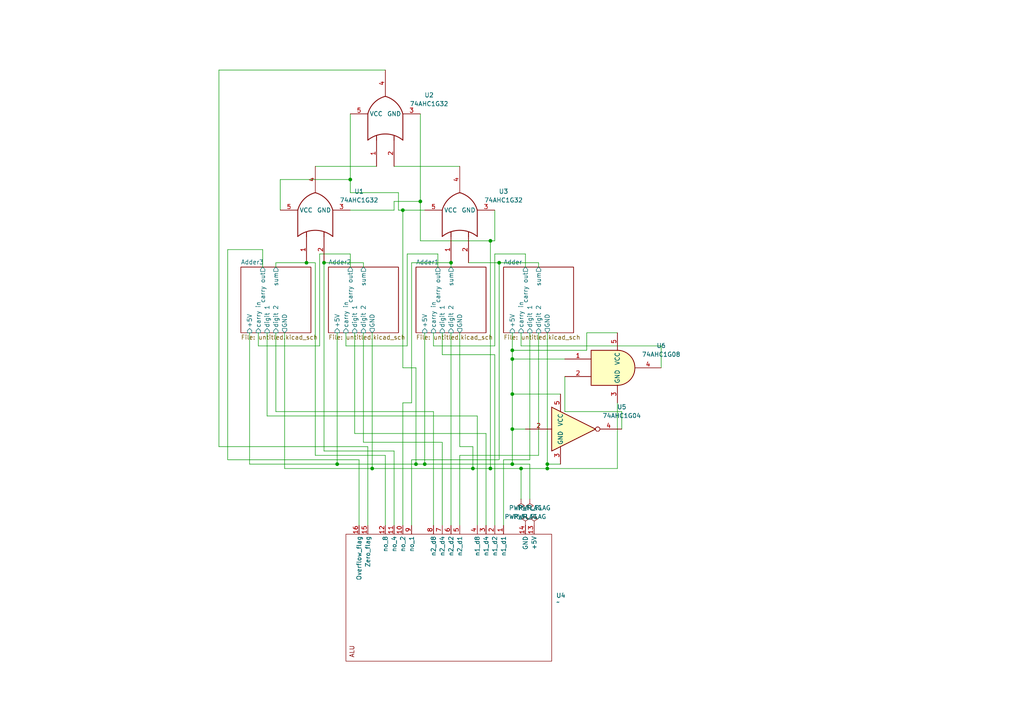
<source format=kicad_sch>
(kicad_sch (version 20250114) (generator "eeschema") (generator_version "9.0")
  (paper "A4")
  (lib_symbols
    (symbol "74xGxx:74AHC1G04"
      (property "Reference" "U" (at -2.54 3.81 0))
      (property "Value" "74AHC1G04" (at 0 -3.81 0))
      (symbol "74AHC1G04_0_1"
        (polyline (pts (xy -7.62 6.35) (xy -7.62 -6.35) (xy 5.08 0) (xy -7.62 6.35)) (stroke (width 0.254)) (fill (type background)))
      )
      (symbol "74AHC1G04_1_1"
        (pin input line (at -15.24 0 0) (length 7.62) (name "~") (number "2"))
        (pin power_in line (at -5.08 10.16 270) (length 5.08) (name "VCC") (number "5"))
        (pin power_in line (at -5.08 -10.16 90) (length 5.08) (name "GND") (number "3"))
        (pin output inverted (at 12.7 0 180) (length 7.62) (name "~") (number "4"))
      )
    )
    (symbol "74xGxx:74AHC1G08"
      (property "Reference" "U" (at -2.54 3.81 0))
      (property "Value" "74AHC1G08" (at 0 -3.81 0))
      (symbol "74AHC1G08_0_1"
        (arc (start 0 5.08) (mid 5.0579 0) (end 0 -5.08) (stroke (width 0.254)) (fill (type background)))
        (polyline (pts (xy 0 -5.08) (xy -7.62 -5.08) (xy -7.62 5.08) (xy 0 5.08)) (stroke (width 0.254)) (fill (type background)))
      )
      (symbol "74AHC1G08_1_1"
        (pin input line (at -15.24 2.54 0) (length 7.62) (name "~") (number "1"))
        (pin input line (at -15.24 -2.54 0) (length 7.62) (name "~") (number "2"))
        (pin power_in line (at 0 10.16 270) (length 5.08) (name "VCC") (number "5"))
        (pin power_in line (at 0 -10.16 90) (length 5.08) (name "GND") (number "3"))
        (pin output line (at 12.7 0 180) (length 7.62) (name "~") (number "4"))
      )
    )
    (symbol "74xGxx:74AHC1G32"
      (property "Reference" "U" (at -2.54 3.81 0))
      (property "Value" "74AHC1G32" (at 0 -3.81 0))
      (symbol "74AHC1G32_0_1"
        (arc (start -7.62 5.08) (mid -5.838 0) (end -7.62 -5.08) (stroke (width 0.254)))
        (polyline (pts (xy -7.62 2.54) (xy -6.35 2.54)) (stroke (width 0.254)) (fill (type background)))
        (polyline (pts (xy -7.62 -2.54) (xy -6.35 -2.54)) (stroke (width 0.254)) (fill (type background)))
        (arc (start 5.08 0) (mid 3.202 -3.202) (end 0 -5.08) (stroke (width 0.254)))
        (arc (start 0 5.08) (mid 3.2271 3.2271) (end 5.08 0) (stroke (width 0.254)))
        (polyline (pts (xy 0 5.08) (xy -7.62 5.08)) (stroke (width 0.254)) (fill (type background)))
        (polyline (pts (xy 0 -5.08) (xy -7.62 -5.08)) (stroke (width 0.254)) (fill (type background)))
      )
      (symbol "74AHC1G32_1_1"
        (pin input line (at -15.24 2.54 0) (length 7.62) (name "~") (number "1"))
        (pin input line (at -15.24 -2.54 0) (length 7.62) (name "~") (number "2"))
        (pin power_in line (at 0 10.16 270) (length 5.08) (name "VCC") (number "5"))
        (pin power_in line (at 0 -10.16 90) (length 5.08) (name "GND") (number "3"))
        (pin output line (at 12.7 0 180) (length 7.62) (name "~") (number "4"))
      )
    )
    (symbol "ALU:ALU"
      (property "Reference" "U" (at 0 0 0))
      (symbol "ALU_1_1"
        (text_box "ALU\n" (at 5.08 20.32 0) (size 36.83 -59.69) (margins 1.016 1.016 1.016 1.016) (effects (font (size 1.27 1.27)) (justify left top)))
        (pin output line (at 2.54 15.24 0) (length 2.54) (name "+5V") (number "13"))
        (pin input line (at 2.54 12.7 0) (length 2.54) (name "GND") (number "14"))
        (pin output line (at 2.54 6.35 0) (length 2.54) (name "n1_d1") (number "1"))
        (pin output line (at 2.54 3.81 0) (length 2.54) (name "n1_d2") (number "2"))
        (pin output line (at 2.54 1.27 0) (length 2.54) (name "n1_d4") (number "3"))
        (pin output line (at 2.54 -1.27 0) (length 2.54) (name "n1_d8") (number "4"))
        (pin output line (at 2.54 -6.35 0) (length 2.54) (name "n2_d1") (number "5"))
        (pin output line (at 2.54 -8.89 0) (length 2.54) (name "n2_d2") (number "6"))
        (pin output line (at 2.54 -11.43 0) (length 2.54) (name "n2_d4") (number "7"))
        (pin output line (at 2.54 -13.97 0) (length 2.54) (name "n2_d8") (number "8"))
        (pin input line (at 2.54 -20.32 0) (length 2.54) (name "no_1") (number "9"))
        (pin input line (at 2.54 -22.86 0) (length 2.54) (name "no_2") (number "10"))
        (pin input line (at 2.54 -25.4 0) (length 2.54) (name "no_4") (number "11"))
        (pin input line (at 2.54 -27.94 0) (length 2.54) (name "no_8") (number "12"))
        (pin input line (at 2.54 -33.02 0) (length 2.54) (name "Zero_flag") (number "15"))
        (pin input line (at 2.54 -35.56 0) (length 2.54) (name "Overflow_flag") (number "16"))
      )
    )
    (symbol "power:PWR_FLAG" (power) (pin_numbers (hide yes)) (pin_names (offset 0) (hide yes))
      (property "Value" "PWR_FLAG" (at 0 3.81 0))
      (symbol "PWR_FLAG_0_0"
        (pin power_out line (at 0 0 90) (length 0) (name "~") (number "1"))
      )
      (symbol "PWR_FLAG_0_1"
        (polyline (pts (xy 0 0) (xy 0 1.27) (xy -1.016 1.905) (xy 0 2.54) (xy 1.016 1.905) (xy 0 1.27)))
      )
    )
  )
  (junction (at 120.65 134.62))
  (junction (at 151.13 135.89))
  (junction (at 158.75 135.89))
  (junction (at 88.9 76.2))
  (junction (at 123.19 134.62))
  (junction (at 142.24 69.85))
  (junction (at 148.59 124.46))
  (junction (at 97.79 134.62))
  (junction (at 107.95 135.89))
  (junction (at 93.98 76.2))
  (junction (at 142.24 135.89))
  (junction (at 101.6 52.07))
  (junction (at 148.59 134.62))
  (junction (at 137.16 135.89))
  (junction (at 148.59 114.3))
  (junction (at 121.92 58.42))
  (junction (at 116.84 60.96))
  (junction (at 144.78 76.2))
  (junction (at 148.59 101.6))
  (junction (at 148.59 104.14))
  (junction (at 158.75 134.62))
  (junction (at 130.81 76.2))
  (wire (pts (xy 101.6 52.07) (xy 101.6 55.88)))
  (wire (pts (xy 158.75 135.89) (xy 158.75 134.62)))
  (wire (pts (xy 127 73.66) (xy 118.11 73.66)))
  (wire (pts (xy 137.16 129.54) (xy 137.16 135.89)))
  (wire (pts (xy 63.5 20.32) (xy 63.5 129.54)))
  (wire (pts (xy 180.34 119.38) (xy 163.83 119.38)))
  (wire (pts (xy 118.11 100.33) (xy 100.33 100.33)))
  (wire (pts (xy 142.24 69.85) (xy 121.92 69.85)))
  (wire (pts (xy 151.13 135.89) (xy 158.75 135.89)))
  (wire (pts (xy 143.51 152.4) (xy 143.51 102.87)))
  (wire (pts (xy 101.6 60.96) (xy 114.3 60.96)))
  (wire (pts (xy 151.13 100.33) (xy 151.13 96.52)))
  (wire (pts (xy 156.21 132.08) (xy 156.21 96.52)))
  (wire (pts (xy 91.44 76.2) (xy 91.44 132.08)))
  (wire (pts (xy 144.78 133.35) (xy 144.78 76.2)))
  (wire (pts (xy 81.28 52.07) (xy 101.6 52.07)))
  (wire (pts (xy 152.4 77.47) (xy 152.4 73.66)))
  (wire (pts (xy 180.34 124.46) (xy 180.34 119.38)))
  (wire (pts (xy 118.11 73.66) (xy 118.11 100.33)))
  (wire (pts (xy 66.04 133.35) (xy 104.14 133.35)))
  (wire (pts (xy 102.87 125.73) (xy 102.87 96.52)))
  (wire (pts (xy 92.71 100.33) (xy 74.93 100.33)))
  (wire (pts (xy 158.75 134.62) (xy 162.56 134.62)))
  (wire (pts (xy 119.38 133.35) (xy 144.78 133.35)))
  (wire (pts (xy 179.07 116.84) (xy 179.07 135.89)))
  (wire (pts (xy 152.4 73.66) (xy 143.51 73.66)))
  (wire (pts (xy 121.92 33.02) (xy 121.92 58.42)))
  (wire (pts (xy 72.39 134.62) (xy 97.79 134.62)))
  (wire (pts (xy 101.6 33.02) (xy 101.6 52.07)))
  (wire (pts (xy 106.68 129.54) (xy 106.68 152.4)))
  (wire (pts (xy 143.51 73.66) (xy 143.51 100.33)))
  (wire (pts (xy 88.9 76.2) (xy 91.44 76.2)))
  (wire (pts (xy 76.2 77.47) (xy 76.2 72.39)))
  (wire (pts (xy 148.59 134.62) (xy 123.19 134.62)))
  (wire (pts (xy 120.65 134.62) (xy 120.65 106.68)))
  (wire (pts (xy 80.01 76.2) (xy 88.9 76.2)))
  (wire (pts (xy 125.73 119.38) (xy 80.01 119.38)))
  (wire (pts (xy 120.65 106.68) (xy 116.84 106.68)))
  (wire (pts (xy 74.93 100.33) (xy 74.93 96.52)))
  (wire (pts (xy 82.55 135.89) (xy 107.95 135.89)))
  (wire (pts (xy 144.78 76.2) (xy 156.21 76.2)))
  (wire (pts (xy 101.6 73.66) (xy 92.71 73.66)))
  (wire (pts (xy 138.43 152.4) (xy 138.43 120.65)))
  (wire (pts (xy 107.95 135.89) (xy 137.16 135.89)))
  (wire (pts (xy 170.18 96.52) (xy 170.18 101.6)))
  (wire (pts (xy 119.38 116.84) (xy 116.84 116.84)))
  (wire (pts (xy 133.35 96.52) (xy 133.35 129.54)))
  (wire (pts (xy 142.24 69.85) (xy 143.51 69.85)))
  (wire (pts (xy 142.24 135.89) (xy 142.24 69.85)))
  (wire (pts (xy 116.84 60.96) (xy 123.19 60.96)))
  (wire (pts (xy 105.41 76.2) (xy 93.98 76.2)))
  (wire (pts (xy 148.59 124.46) (xy 152.4 124.46)))
  (wire (pts (xy 125.73 100.33) (xy 125.73 96.52)))
  (wire (pts (xy 115.57 55.88) (xy 115.57 60.96)))
  (wire (pts (xy 179.07 96.52) (xy 170.18 96.52)))
  (wire (pts (xy 114.3 60.96) (xy 114.3 58.42)))
  (wire (pts (xy 140.97 152.4) (xy 140.97 125.73)))
  (wire (pts (xy 148.59 114.3) (xy 162.56 114.3)))
  (wire (pts (xy 114.3 58.42) (xy 121.92 58.42)))
  (wire (pts (xy 66.04 72.39) (xy 66.04 133.35)))
  (wire (pts (xy 105.41 128.27) (xy 105.41 96.52)))
  (wire (pts (xy 101.6 55.88) (xy 115.57 55.88)))
  (wire (pts (xy 111.76 132.08) (xy 111.76 152.4)))
  (wire (pts (xy 128.27 152.4) (xy 128.27 128.27)))
  (wire (pts (xy 163.83 119.38) (xy 163.83 109.22)))
  (wire (pts (xy 137.16 135.89) (xy 142.24 135.89)))
  (wire (pts (xy 101.6 77.47) (xy 101.6 73.66)))
  (wire (pts (xy 100.33 100.33) (xy 100.33 96.52)))
  (wire (pts (xy 143.51 100.33) (xy 125.73 100.33)))
  (wire (pts (xy 72.39 96.52) (xy 72.39 134.62)))
  (wire (pts (xy 77.47 120.65) (xy 77.47 96.52)))
  (wire (pts (xy 148.59 104.14) (xy 148.59 114.3)))
  (wire (pts (xy 109.22 48.26) (xy 91.44 48.26)))
  (wire (pts (xy 63.5 20.32) (xy 111.76 20.32)))
  (wire (pts (xy 156.21 76.2) (xy 156.21 77.47)))
  (wire (pts (xy 133.35 132.08) (xy 156.21 132.08)))
  (wire (pts (xy 93.98 76.2) (xy 93.98 130.81)))
  (wire (pts (xy 133.35 129.54) (xy 137.16 129.54)))
  (wire (pts (xy 115.57 60.96) (xy 116.84 60.96)))
  (wire (pts (xy 116.84 116.84) (xy 116.84 152.4)))
  (wire (pts (xy 63.5 129.54) (xy 106.68 129.54)))
  (wire (pts (xy 107.95 96.52) (xy 107.95 135.89)))
  (wire (pts (xy 142.24 135.89) (xy 151.13 135.89)))
  (wire (pts (xy 130.81 77.47) (xy 130.81 76.2)))
  (wire (pts (xy 121.92 58.42) (xy 121.92 69.85)))
  (wire (pts (xy 148.59 134.62) (xy 153.67 134.62)))
  (wire (pts (xy 120.65 134.62) (xy 123.19 134.62)))
  (wire (pts (xy 80.01 119.38) (xy 80.01 96.52)))
  (wire (pts (xy 119.38 152.4) (xy 119.38 133.35)))
  (wire (pts (xy 93.98 130.81) (xy 114.3 130.81)))
  (wire (pts (xy 76.2 72.39) (xy 66.04 72.39)))
  (wire (pts (xy 91.44 132.08) (xy 111.76 132.08)))
  (wire (pts (xy 143.51 60.96) (xy 143.51 69.85)))
  (wire (pts (xy 148.59 124.46) (xy 148.59 134.62)))
  (wire (pts (xy 125.73 152.4) (xy 125.73 119.38)))
  (wire (pts (xy 148.59 114.3) (xy 148.59 124.46)))
  (wire (pts (xy 148.59 104.14) (xy 163.83 104.14)))
  (wire (pts (xy 153.67 134.62) (xy 153.67 144.78)))
  (wire (pts (xy 114.3 48.26) (xy 133.35 48.26)))
  (wire (pts (xy 146.05 133.35) (xy 153.67 133.35)))
  (wire (pts (xy 148.59 101.6) (xy 148.59 104.14)))
  (wire (pts (xy 146.05 152.4) (xy 146.05 133.35)))
  (wire (pts (xy 82.55 96.52) (xy 82.55 135.89)))
  (wire (pts (xy 116.84 106.68) (xy 116.84 60.96)))
  (wire (pts (xy 97.79 134.62) (xy 120.65 134.62)))
  (wire (pts (xy 80.01 77.47) (xy 80.01 76.2)))
  (wire (pts (xy 104.14 133.35) (xy 104.14 152.4)))
  (wire (pts (xy 105.41 77.47) (xy 105.41 76.2)))
  (wire (pts (xy 119.38 76.2) (xy 119.38 116.84)))
  (wire (pts (xy 128.27 102.87) (xy 128.27 96.52)))
  (wire (pts (xy 97.79 96.52) (xy 97.79 134.62)))
  (wire (pts (xy 158.75 134.62) (xy 158.75 96.52)))
  (wire (pts (xy 140.97 125.73) (xy 102.87 125.73)))
  (wire (pts (xy 151.13 144.78) (xy 151.13 135.89)))
  (wire (pts (xy 135.89 76.2) (xy 144.78 76.2)))
  (wire (pts (xy 179.07 135.89) (xy 158.75 135.89)))
  (wire (pts (xy 191.77 100.33) (xy 151.13 100.33)))
  (wire (pts (xy 138.43 120.65) (xy 77.47 120.65)))
  (wire (pts (xy 127 77.47) (xy 127 73.66)))
  (wire (pts (xy 114.3 130.81) (xy 114.3 152.4)))
  (wire (pts (xy 128.27 128.27) (xy 105.41 128.27)))
  (wire (pts (xy 143.51 102.87) (xy 128.27 102.87)))
  (wire (pts (xy 148.59 96.52) (xy 148.59 101.6)))
  (wire (pts (xy 191.77 106.68) (xy 191.77 100.33)))
  (wire (pts (xy 130.81 96.52) (xy 130.81 152.4)))
  (wire (pts (xy 130.81 76.2) (xy 119.38 76.2)))
  (wire (pts (xy 92.71 73.66) (xy 92.71 100.33)))
  (wire (pts (xy 170.18 101.6) (xy 148.59 101.6)))
  (wire (pts (xy 123.19 134.62) (xy 123.19 96.52)))
  (wire (pts (xy 81.28 60.96) (xy 81.28 52.07)))
  (wire (pts (xy 153.67 133.35) (xy 153.67 96.52)))
  (wire (pts (xy 133.35 152.4) (xy 133.35 132.08)))
  (symbol (lib_id "74xGxx:74AHC1G32") (at 91.44 60.96 90) (unit 1)
    (property "Reference" "U1" (at 104.14 55.5146 90))
    (property "Value" "74AHC1G32" (at 104.14 58.0546 90))
    (property "Datasheet" "http://www.ti.com/lit/sg/scyt129e/scyt129e.pdf" (effects (hide yes)))
    (property "Description" "Single OR Gate, Low-Voltage CMOS" (effects (hide yes)))
  )
  (symbol (lib_id "74xGxx:74AHC1G04") (at 167.64 124.46 0) (unit 1)
    (property "Reference" "U5" (at 180.34 118.0398 0))
    (property "Value" "74AHC1G04" (at 180.34 120.5798 0))
    (property "Datasheet" "http://www.ti.com/lit/sg/scyt129e/scyt129e.pdf" (effects (hide yes)))
    (property "Description" "Single NOT Gate, Low-Voltage CMOS" (effects (hide yes)))
  )
  (symbol (lib_id "power:PWR_FLAG") (at 152.4 152.4 0) (unit 1)
    (property "Reference" "#FLG0101" (effects (hide yes)))
    (property "Value" "PWR_FLAG" (at 152.4 147.32 0))
    (property "Description" "Special symbol for telling ERC where power comes from" (effects (hide yes)))
  )
  (symbol (lib_id "power:PWR_FLAG") (at 154.94 152.4 0) (unit 1)
    (property "Reference" "#FLG01" (effects (hide yes)))
    (property "Value" "PWR_FLAG" (at 154.94 147.32 0))
    (property "Description" "Special symbol for telling ERC where power comes from" (effects (hide yes)))
  )
  (symbol (lib_id "power:PWR_FLAG") (at 153.67 144.78 180) (unit 1)
    (property "Reference" "#FLG0102" (effects (hide yes)))
    (property "Value" "PWR_FLAG" (at 153.67 149.86 0))
    (property "Description" "Special symbol for telling ERC where power comes from" (effects (hide yes)))
  )
  (symbol (lib_id "74xGxx:74AHC1G32") (at 111.76 33.02 90) (unit 1)
    (property "Reference" "U2" (at 124.46 27.5746 90))
    (property "Value" "74AHC1G32" (at 124.46 30.1146 90))
    (property "Datasheet" "http://www.ti.com/lit/sg/scyt129e/scyt129e.pdf" (effects (hide yes)))
    (property "Description" "Single OR Gate, Low-Voltage CMOS" (effects (hide yes)))
  )
  (symbol (lib_id "power:PWR_FLAG") (at 151.13 144.78 180) (unit 1)
    (property "Reference" "#FLG02" (effects (hide yes)))
    (property "Value" "PWR_FLAG" (at 151.13 149.86 0))
    (property "Description" "Special symbol for telling ERC where power comes from" (effects (hide yes)))
  )
  (symbol (lib_id "74xGxx:74AHC1G08") (at 179.07 106.68 0) (unit 1)
    (property "Reference" "U6" (at 191.77 100.2598 0))
    (property "Value" "74AHC1G08" (at 191.77 102.7998 0))
    (property "Datasheet" "http://www.ti.com/lit/sg/scyt129e/scyt129e.pdf" (effects (hide yes)))
    (property "Description" "Single AND Gate, Low-Voltage CMOS" (effects (hide yes)))
  )
  (symbol (lib_id "74xGxx:74AHC1G32") (at 133.35 60.96 90) (unit 1)
    (property "Reference" "U3" (at 146.05 55.5146 90))
    (property "Value" "74AHC1G32" (at 146.05 58.0546 90))
    (property "Datasheet" "http://www.ti.com/lit/sg/scyt129e/scyt129e.pdf" (effects (hide yes)))
    (property "Description" "Single OR Gate, Low-Voltage CMOS" (effects (hide yes)))
  )
  (symbol (lib_id "ALU:ALU") (at 139.7 149.86 270) (unit 1)
    (property "Reference" "U4" (at 161.29 172.7199 90) (effects (justify left)))
    (property "Value" "~" (at 161.29 174.625 90) (effects (justify left)))
    (property "Footprint" "ALU:ALU F" (effects (hide yes)))
  )
  (sheet (at 69.85 77.47) (size 20.32 19.05) (stroke (width 0.1524))
    (property "Sheetname" "Adder3" (at 69.85 76.7584 0) (effects (justify left bottom)))
    (property "Sheetfile" "untitled.kicad_sch" (at 69.85 97.1046 0) (effects (justify left top)))
    (pin "+5V" input (at 72.39 96.52 270))
    (pin "carry in" input (at 74.93 96.52 270))
    (pin "carry out" output (at 76.2 77.47 90))
    (pin "digit 1" input (at 77.47 96.52 270))
    (pin "digit 2" input (at 80.01 96.52 270))
    (pin "GND" output (at 82.55 96.52 270))
    (pin "sum" output (at 80.01 77.47 90))
  )
  (sheet (at 95.25 77.47) (size 20.32 19.05) (stroke (width 0.1524))
    (property "Sheetname" "Adder2" (at 95.25 76.7584 0) (effects (justify left bottom)))
    (property "Sheetfile" "untitled.kicad_sch" (at 95.25 97.1046 0) (effects (justify left top)))
    (pin "+5V" input (at 97.79 96.52 270))
    (pin "carry in" input (at 100.33 96.52 270))
    (pin "carry out" output (at 101.6 77.47 90))
    (pin "digit 1" input (at 102.87 96.52 270))
    (pin "digit 2" input (at 105.41 96.52 270))
    (pin "GND" output (at 107.95 96.52 270))
    (pin "sum" output (at 105.41 77.47 90))
  )
  (sheet (at 146.05 77.47) (size 20.32 19.05) (stroke (width 0.1524))
    (property "Sheetname" "Adder" (at 146.05 76.7584 0) (effects (justify left bottom)))
    (property "Sheetfile" "untitled.kicad_sch" (at 146.05 97.1046 0) (effects (justify left top)))
    (pin "+5V" input (at 148.59 96.52 270))
    (pin "carry in" input (at 151.13 96.52 270))
    (pin "carry out" output (at 152.4 77.47 90))
    (pin "digit 1" input (at 153.67 96.52 270))
    (pin "digit 2" input (at 156.21 96.52 270))
    (pin "GND" output (at 158.75 96.52 270))
    (pin "sum" output (at 156.21 77.47 90))
  )
  (sheet (at 120.65 77.47) (size 20.32 19.05) (stroke (width 0.1524))
    (property "Sheetname" "Adder1" (at 120.65 76.7584 0) (effects (justify left bottom)))
    (property "Sheetfile" "untitled.kicad_sch" (at 120.65 97.1046 0) (effects (justify left top)))
    (pin "+5V" input (at 123.19 96.52 270))
    (pin "carry in" input (at 125.73 96.52 270))
    (pin "carry out" output (at 127 77.47 90))
    (pin "digit 1" input (at 128.27 96.52 270))
    (pin "digit 2" input (at 130.81 96.52 270))
    (pin "GND" output (at 133.35 96.52 270))
    (pin "sum" output (at 130.81 77.47 90))
  )
)
</source>
